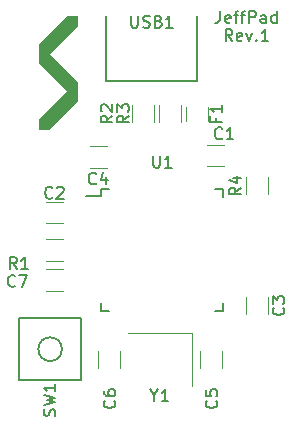
<source format=gbr>
%TF.GenerationSoftware,KiCad,Pcbnew,(5.1.7)-1*%
%TF.CreationDate,2020-10-25T17:01:22-04:00*%
%TF.ProjectId,keyboard_test,6b657962-6f61-4726-945f-746573742e6b,rev?*%
%TF.SameCoordinates,Original*%
%TF.FileFunction,Legend,Top*%
%TF.FilePolarity,Positive*%
%FSLAX46Y46*%
G04 Gerber Fmt 4.6, Leading zero omitted, Abs format (unit mm)*
G04 Created by KiCad (PCBNEW (5.1.7)-1) date 2020-10-25 17:01:22*
%MOMM*%
%LPD*%
G01*
G04 APERTURE LIST*
%ADD10C,0.100000*%
%ADD11C,0.150000*%
%ADD12C,0.120000*%
G04 APERTURE END LIST*
D10*
G36*
X27781250Y-48418750D02*
G01*
X25400000Y-50800000D01*
X27781250Y-53181250D01*
X27781250Y-54768750D01*
X25400000Y-57150000D01*
X24606250Y-57150000D01*
X24606250Y-56356250D01*
X26987500Y-53975000D01*
X24606250Y-51593750D01*
X24606250Y-50006250D01*
X26987500Y-47625000D01*
X27781250Y-47625000D01*
X27781250Y-48418750D01*
G37*
X27781250Y-48418750D02*
X25400000Y-50800000D01*
X27781250Y-53181250D01*
X27781250Y-54768750D01*
X25400000Y-57150000D01*
X24606250Y-57150000D01*
X24606250Y-56356250D01*
X26987500Y-53975000D01*
X24606250Y-51593750D01*
X24606250Y-50006250D01*
X26987500Y-47625000D01*
X27781250Y-47625000D01*
X27781250Y-48418750D01*
D11*
X40949714Y-49728380D02*
X40616380Y-49252190D01*
X40378285Y-49728380D02*
X40378285Y-48728380D01*
X40759238Y-48728380D01*
X40854476Y-48776000D01*
X40902095Y-48823619D01*
X40949714Y-48918857D01*
X40949714Y-49061714D01*
X40902095Y-49156952D01*
X40854476Y-49204571D01*
X40759238Y-49252190D01*
X40378285Y-49252190D01*
X41759238Y-49680761D02*
X41664000Y-49728380D01*
X41473523Y-49728380D01*
X41378285Y-49680761D01*
X41330666Y-49585523D01*
X41330666Y-49204571D01*
X41378285Y-49109333D01*
X41473523Y-49061714D01*
X41664000Y-49061714D01*
X41759238Y-49109333D01*
X41806857Y-49204571D01*
X41806857Y-49299809D01*
X41330666Y-49395047D01*
X42140190Y-49061714D02*
X42378285Y-49728380D01*
X42616380Y-49061714D01*
X42997333Y-49633142D02*
X43044952Y-49680761D01*
X42997333Y-49728380D01*
X42949714Y-49680761D01*
X42997333Y-49633142D01*
X42997333Y-49728380D01*
X43997333Y-49728380D02*
X43425904Y-49728380D01*
X43711619Y-49728380D02*
X43711619Y-48728380D01*
X43616380Y-48871238D01*
X43521142Y-48966476D01*
X43425904Y-49014095D01*
X39902095Y-47204380D02*
X39902095Y-47918666D01*
X39854476Y-48061523D01*
X39759238Y-48156761D01*
X39616380Y-48204380D01*
X39521142Y-48204380D01*
X40759238Y-48156761D02*
X40664000Y-48204380D01*
X40473523Y-48204380D01*
X40378285Y-48156761D01*
X40330666Y-48061523D01*
X40330666Y-47680571D01*
X40378285Y-47585333D01*
X40473523Y-47537714D01*
X40664000Y-47537714D01*
X40759238Y-47585333D01*
X40806857Y-47680571D01*
X40806857Y-47775809D01*
X40330666Y-47871047D01*
X41092571Y-47537714D02*
X41473523Y-47537714D01*
X41235428Y-48204380D02*
X41235428Y-47347238D01*
X41283047Y-47252000D01*
X41378285Y-47204380D01*
X41473523Y-47204380D01*
X41664000Y-47537714D02*
X42044952Y-47537714D01*
X41806857Y-48204380D02*
X41806857Y-47347238D01*
X41854476Y-47252000D01*
X41949714Y-47204380D01*
X42044952Y-47204380D01*
X42378285Y-48204380D02*
X42378285Y-47204380D01*
X42759238Y-47204380D01*
X42854476Y-47252000D01*
X42902095Y-47299619D01*
X42949714Y-47394857D01*
X42949714Y-47537714D01*
X42902095Y-47632952D01*
X42854476Y-47680571D01*
X42759238Y-47728190D01*
X42378285Y-47728190D01*
X43806857Y-48204380D02*
X43806857Y-47680571D01*
X43759238Y-47585333D01*
X43664000Y-47537714D01*
X43473523Y-47537714D01*
X43378285Y-47585333D01*
X43806857Y-48156761D02*
X43711619Y-48204380D01*
X43473523Y-48204380D01*
X43378285Y-48156761D01*
X43330666Y-48061523D01*
X43330666Y-47966285D01*
X43378285Y-47871047D01*
X43473523Y-47823428D01*
X43711619Y-47823428D01*
X43806857Y-47775809D01*
X44711619Y-48204380D02*
X44711619Y-47204380D01*
X44711619Y-48156761D02*
X44616380Y-48204380D01*
X44425904Y-48204380D01*
X44330666Y-48156761D01*
X44283047Y-48109142D01*
X44235428Y-48013904D01*
X44235428Y-47728190D01*
X44283047Y-47632952D01*
X44330666Y-47585333D01*
X44425904Y-47537714D01*
X44616380Y-47537714D01*
X44711619Y-47585333D01*
D12*
%TO.C,Y1*%
X37529750Y-78958000D02*
X37529750Y-74458000D01*
X37529750Y-74458000D02*
X32129750Y-74458000D01*
D11*
%TO.C,USB1*%
X37981250Y-53075000D02*
X30281250Y-53075000D01*
X30281250Y-47625000D02*
X30281250Y-53075000D01*
X37981250Y-47625000D02*
X37981250Y-53075000D01*
%TO.C,U1*%
X29845250Y-62262000D02*
X29845250Y-62837000D01*
X40195250Y-62262000D02*
X40195250Y-62937000D01*
X40195250Y-72612000D02*
X40195250Y-71937000D01*
X29845250Y-72612000D02*
X29845250Y-71937000D01*
X29845250Y-62262000D02*
X30520250Y-62262000D01*
X29845250Y-72612000D02*
X30520250Y-72612000D01*
X40195250Y-72612000D02*
X39520250Y-72612000D01*
X40195250Y-62262000D02*
X39520250Y-62262000D01*
X29845250Y-62837000D02*
X28570250Y-62837000D01*
%TO.C,SW1*%
X26527000Y-75819000D02*
G75*
G03*
X26527000Y-75819000I-1000000J0D01*
G01*
X22927000Y-73219000D02*
X28127000Y-73219000D01*
X22927000Y-78419000D02*
X22927000Y-73219000D01*
X28127000Y-78419000D02*
X22927000Y-78419000D01*
X28127000Y-73219000D02*
X28127000Y-78419000D01*
D12*
%TO.C,R4*%
X42143000Y-62703064D02*
X42143000Y-61248936D01*
X43963000Y-62703064D02*
X43963000Y-61248936D01*
%TO.C,R3*%
X36597000Y-55152936D02*
X36597000Y-56607064D01*
X34777000Y-55152936D02*
X34777000Y-56607064D01*
%TO.C,R2*%
X32491000Y-56607064D02*
X32491000Y-55152936D01*
X34311000Y-56607064D02*
X34311000Y-55152936D01*
%TO.C,R1*%
X25180936Y-69067000D02*
X26635064Y-69067000D01*
X25180936Y-70887000D02*
X26635064Y-70887000D01*
%TO.C,F1*%
X37063000Y-56482064D02*
X37063000Y-55277936D01*
X38883000Y-56482064D02*
X38883000Y-55277936D01*
%TO.C,C7*%
X26587502Y-68347000D02*
X25164998Y-68347000D01*
X26587502Y-66527000D02*
X25164998Y-66527000D01*
%TO.C,C6*%
X31421750Y-75996748D02*
X31421750Y-77419252D01*
X29601750Y-75996748D02*
X29601750Y-77419252D01*
%TO.C,C5*%
X38237750Y-77419252D02*
X38237750Y-75996748D01*
X40057750Y-77419252D02*
X40057750Y-75996748D01*
%TO.C,C4*%
X30302252Y-60473000D02*
X28879748Y-60473000D01*
X30302252Y-58653000D02*
X28879748Y-58653000D01*
%TO.C,C3*%
X43963000Y-71424748D02*
X43963000Y-72847252D01*
X42143000Y-71424748D02*
X42143000Y-72847252D01*
%TO.C,C2*%
X26587502Y-65172000D02*
X25164998Y-65172000D01*
X26587502Y-63352000D02*
X25164998Y-63352000D01*
%TO.C,C1*%
X38785748Y-58526000D02*
X40208252Y-58526000D01*
X38785748Y-60346000D02*
X40208252Y-60346000D01*
%TO.C,Y1*%
D11*
X34353559Y-79734190D02*
X34353559Y-80210380D01*
X34020226Y-79210380D02*
X34353559Y-79734190D01*
X34686892Y-79210380D01*
X35544035Y-80210380D02*
X34972607Y-80210380D01*
X35258321Y-80210380D02*
X35258321Y-79210380D01*
X35163083Y-79353238D01*
X35067845Y-79448476D01*
X34972607Y-79496095D01*
%TO.C,USB1*%
X32393154Y-47585380D02*
X32393154Y-48394904D01*
X32440773Y-48490142D01*
X32488392Y-48537761D01*
X32583630Y-48585380D01*
X32774107Y-48585380D01*
X32869345Y-48537761D01*
X32916964Y-48490142D01*
X32964583Y-48394904D01*
X32964583Y-47585380D01*
X33393154Y-48537761D02*
X33536011Y-48585380D01*
X33774107Y-48585380D01*
X33869345Y-48537761D01*
X33916964Y-48490142D01*
X33964583Y-48394904D01*
X33964583Y-48299666D01*
X33916964Y-48204428D01*
X33869345Y-48156809D01*
X33774107Y-48109190D01*
X33583630Y-48061571D01*
X33488392Y-48013952D01*
X33440773Y-47966333D01*
X33393154Y-47871095D01*
X33393154Y-47775857D01*
X33440773Y-47680619D01*
X33488392Y-47633000D01*
X33583630Y-47585380D01*
X33821726Y-47585380D01*
X33964583Y-47633000D01*
X34726488Y-48061571D02*
X34869345Y-48109190D01*
X34916964Y-48156809D01*
X34964583Y-48252047D01*
X34964583Y-48394904D01*
X34916964Y-48490142D01*
X34869345Y-48537761D01*
X34774107Y-48585380D01*
X34393154Y-48585380D01*
X34393154Y-47585380D01*
X34726488Y-47585380D01*
X34821726Y-47633000D01*
X34869345Y-47680619D01*
X34916964Y-47775857D01*
X34916964Y-47871095D01*
X34869345Y-47966333D01*
X34821726Y-48013952D01*
X34726488Y-48061571D01*
X34393154Y-48061571D01*
X35916964Y-48585380D02*
X35345535Y-48585380D01*
X35631250Y-48585380D02*
X35631250Y-47585380D01*
X35536011Y-47728238D01*
X35440773Y-47823476D01*
X35345535Y-47871095D01*
%TO.C,U1*%
X34258345Y-59439380D02*
X34258345Y-60248904D01*
X34305964Y-60344142D01*
X34353583Y-60391761D01*
X34448821Y-60439380D01*
X34639297Y-60439380D01*
X34734535Y-60391761D01*
X34782154Y-60344142D01*
X34829773Y-60248904D01*
X34829773Y-59439380D01*
X35829773Y-60439380D02*
X35258345Y-60439380D01*
X35544059Y-60439380D02*
X35544059Y-59439380D01*
X35448821Y-59582238D01*
X35353583Y-59677476D01*
X35258345Y-59725095D01*
%TO.C,SW1*%
X25931761Y-81470333D02*
X25979380Y-81327476D01*
X25979380Y-81089380D01*
X25931761Y-80994142D01*
X25884142Y-80946523D01*
X25788904Y-80898904D01*
X25693666Y-80898904D01*
X25598428Y-80946523D01*
X25550809Y-80994142D01*
X25503190Y-81089380D01*
X25455571Y-81279857D01*
X25407952Y-81375095D01*
X25360333Y-81422714D01*
X25265095Y-81470333D01*
X25169857Y-81470333D01*
X25074619Y-81422714D01*
X25027000Y-81375095D01*
X24979380Y-81279857D01*
X24979380Y-81041761D01*
X25027000Y-80898904D01*
X24979380Y-80565571D02*
X25979380Y-80327476D01*
X25265095Y-80137000D01*
X25979380Y-79946523D01*
X24979380Y-79708428D01*
X25979380Y-78803666D02*
X25979380Y-79375095D01*
X25979380Y-79089380D02*
X24979380Y-79089380D01*
X25122238Y-79184619D01*
X25217476Y-79279857D01*
X25265095Y-79375095D01*
%TO.C,R4*%
X41685380Y-62142666D02*
X41209190Y-62476000D01*
X41685380Y-62714095D02*
X40685380Y-62714095D01*
X40685380Y-62333142D01*
X40733000Y-62237904D01*
X40780619Y-62190285D01*
X40875857Y-62142666D01*
X41018714Y-62142666D01*
X41113952Y-62190285D01*
X41161571Y-62237904D01*
X41209190Y-62333142D01*
X41209190Y-62714095D01*
X41018714Y-61285523D02*
X41685380Y-61285523D01*
X40637761Y-61523619D02*
X41352047Y-61761714D01*
X41352047Y-61142666D01*
%TO.C,R3*%
X32202380Y-56046666D02*
X31726190Y-56380000D01*
X32202380Y-56618095D02*
X31202380Y-56618095D01*
X31202380Y-56237142D01*
X31250000Y-56141904D01*
X31297619Y-56094285D01*
X31392857Y-56046666D01*
X31535714Y-56046666D01*
X31630952Y-56094285D01*
X31678571Y-56141904D01*
X31726190Y-56237142D01*
X31726190Y-56618095D01*
X31202380Y-55713333D02*
X31202380Y-55094285D01*
X31583333Y-55427619D01*
X31583333Y-55284761D01*
X31630952Y-55189523D01*
X31678571Y-55141904D01*
X31773809Y-55094285D01*
X32011904Y-55094285D01*
X32107142Y-55141904D01*
X32154761Y-55189523D01*
X32202380Y-55284761D01*
X32202380Y-55570476D01*
X32154761Y-55665714D01*
X32107142Y-55713333D01*
%TO.C,R2*%
X30805380Y-56046666D02*
X30329190Y-56380000D01*
X30805380Y-56618095D02*
X29805380Y-56618095D01*
X29805380Y-56237142D01*
X29853000Y-56141904D01*
X29900619Y-56094285D01*
X29995857Y-56046666D01*
X30138714Y-56046666D01*
X30233952Y-56094285D01*
X30281571Y-56141904D01*
X30329190Y-56237142D01*
X30329190Y-56618095D01*
X29900619Y-55665714D02*
X29853000Y-55618095D01*
X29805380Y-55522857D01*
X29805380Y-55284761D01*
X29853000Y-55189523D01*
X29900619Y-55141904D01*
X29995857Y-55094285D01*
X30091095Y-55094285D01*
X30233952Y-55141904D01*
X30805380Y-55713333D01*
X30805380Y-55094285D01*
%TO.C,R1*%
X22693333Y-69032380D02*
X22360000Y-68556190D01*
X22121904Y-69032380D02*
X22121904Y-68032380D01*
X22502857Y-68032380D01*
X22598095Y-68080000D01*
X22645714Y-68127619D01*
X22693333Y-68222857D01*
X22693333Y-68365714D01*
X22645714Y-68460952D01*
X22598095Y-68508571D01*
X22502857Y-68556190D01*
X22121904Y-68556190D01*
X23645714Y-69032380D02*
X23074285Y-69032380D01*
X23360000Y-69032380D02*
X23360000Y-68032380D01*
X23264761Y-68175238D01*
X23169523Y-68270476D01*
X23074285Y-68318095D01*
%TO.C,F1*%
X39552571Y-56213333D02*
X39552571Y-56546666D01*
X40076380Y-56546666D02*
X39076380Y-56546666D01*
X39076380Y-56070476D01*
X40076380Y-55165714D02*
X40076380Y-55737142D01*
X40076380Y-55451428D02*
X39076380Y-55451428D01*
X39219238Y-55546666D01*
X39314476Y-55641904D01*
X39362095Y-55737142D01*
%TO.C,C7*%
X22566333Y-70461142D02*
X22518714Y-70508761D01*
X22375857Y-70556380D01*
X22280619Y-70556380D01*
X22137761Y-70508761D01*
X22042523Y-70413523D01*
X21994904Y-70318285D01*
X21947285Y-70127809D01*
X21947285Y-69984952D01*
X21994904Y-69794476D01*
X22042523Y-69699238D01*
X22137761Y-69604000D01*
X22280619Y-69556380D01*
X22375857Y-69556380D01*
X22518714Y-69604000D01*
X22566333Y-69651619D01*
X22899666Y-69556380D02*
X23566333Y-69556380D01*
X23137761Y-70556380D01*
%TO.C,C6*%
X30964142Y-80176666D02*
X31011761Y-80224285D01*
X31059380Y-80367142D01*
X31059380Y-80462380D01*
X31011761Y-80605238D01*
X30916523Y-80700476D01*
X30821285Y-80748095D01*
X30630809Y-80795714D01*
X30487952Y-80795714D01*
X30297476Y-80748095D01*
X30202238Y-80700476D01*
X30107000Y-80605238D01*
X30059380Y-80462380D01*
X30059380Y-80367142D01*
X30107000Y-80224285D01*
X30154619Y-80176666D01*
X30059380Y-79319523D02*
X30059380Y-79510000D01*
X30107000Y-79605238D01*
X30154619Y-79652857D01*
X30297476Y-79748095D01*
X30487952Y-79795714D01*
X30868904Y-79795714D01*
X30964142Y-79748095D01*
X31011761Y-79700476D01*
X31059380Y-79605238D01*
X31059380Y-79414761D01*
X31011761Y-79319523D01*
X30964142Y-79271904D01*
X30868904Y-79224285D01*
X30630809Y-79224285D01*
X30535571Y-79271904D01*
X30487952Y-79319523D01*
X30440333Y-79414761D01*
X30440333Y-79605238D01*
X30487952Y-79700476D01*
X30535571Y-79748095D01*
X30630809Y-79795714D01*
%TO.C,C5*%
X39600142Y-80176666D02*
X39647761Y-80224285D01*
X39695380Y-80367142D01*
X39695380Y-80462380D01*
X39647761Y-80605238D01*
X39552523Y-80700476D01*
X39457285Y-80748095D01*
X39266809Y-80795714D01*
X39123952Y-80795714D01*
X38933476Y-80748095D01*
X38838238Y-80700476D01*
X38743000Y-80605238D01*
X38695380Y-80462380D01*
X38695380Y-80367142D01*
X38743000Y-80224285D01*
X38790619Y-80176666D01*
X38695380Y-79271904D02*
X38695380Y-79748095D01*
X39171571Y-79795714D01*
X39123952Y-79748095D01*
X39076333Y-79652857D01*
X39076333Y-79414761D01*
X39123952Y-79319523D01*
X39171571Y-79271904D01*
X39266809Y-79224285D01*
X39504904Y-79224285D01*
X39600142Y-79271904D01*
X39647761Y-79319523D01*
X39695380Y-79414761D01*
X39695380Y-79652857D01*
X39647761Y-79748095D01*
X39600142Y-79795714D01*
%TO.C,C4*%
X29424333Y-61770142D02*
X29376714Y-61817761D01*
X29233857Y-61865380D01*
X29138619Y-61865380D01*
X28995761Y-61817761D01*
X28900523Y-61722523D01*
X28852904Y-61627285D01*
X28805285Y-61436809D01*
X28805285Y-61293952D01*
X28852904Y-61103476D01*
X28900523Y-61008238D01*
X28995761Y-60913000D01*
X29138619Y-60865380D01*
X29233857Y-60865380D01*
X29376714Y-60913000D01*
X29424333Y-60960619D01*
X30281476Y-61198714D02*
X30281476Y-61865380D01*
X30043380Y-60817761D02*
X29805285Y-61532047D01*
X30424333Y-61532047D01*
%TO.C,C3*%
X45260142Y-72302666D02*
X45307761Y-72350285D01*
X45355380Y-72493142D01*
X45355380Y-72588380D01*
X45307761Y-72731238D01*
X45212523Y-72826476D01*
X45117285Y-72874095D01*
X44926809Y-72921714D01*
X44783952Y-72921714D01*
X44593476Y-72874095D01*
X44498238Y-72826476D01*
X44403000Y-72731238D01*
X44355380Y-72588380D01*
X44355380Y-72493142D01*
X44403000Y-72350285D01*
X44450619Y-72302666D01*
X44355380Y-71969333D02*
X44355380Y-71350285D01*
X44736333Y-71683619D01*
X44736333Y-71540761D01*
X44783952Y-71445523D01*
X44831571Y-71397904D01*
X44926809Y-71350285D01*
X45164904Y-71350285D01*
X45260142Y-71397904D01*
X45307761Y-71445523D01*
X45355380Y-71540761D01*
X45355380Y-71826476D01*
X45307761Y-71921714D01*
X45260142Y-71969333D01*
%TO.C,C2*%
X25709583Y-62968142D02*
X25661964Y-63015761D01*
X25519107Y-63063380D01*
X25423869Y-63063380D01*
X25281011Y-63015761D01*
X25185773Y-62920523D01*
X25138154Y-62825285D01*
X25090535Y-62634809D01*
X25090535Y-62491952D01*
X25138154Y-62301476D01*
X25185773Y-62206238D01*
X25281011Y-62111000D01*
X25423869Y-62063380D01*
X25519107Y-62063380D01*
X25661964Y-62111000D01*
X25709583Y-62158619D01*
X26090535Y-62158619D02*
X26138154Y-62111000D01*
X26233392Y-62063380D01*
X26471488Y-62063380D01*
X26566726Y-62111000D01*
X26614345Y-62158619D01*
X26661964Y-62253857D01*
X26661964Y-62349095D01*
X26614345Y-62491952D01*
X26042916Y-63063380D01*
X26661964Y-63063380D01*
%TO.C,C1*%
X40092333Y-57943142D02*
X40044714Y-57990761D01*
X39901857Y-58038380D01*
X39806619Y-58038380D01*
X39663761Y-57990761D01*
X39568523Y-57895523D01*
X39520904Y-57800285D01*
X39473285Y-57609809D01*
X39473285Y-57466952D01*
X39520904Y-57276476D01*
X39568523Y-57181238D01*
X39663761Y-57086000D01*
X39806619Y-57038380D01*
X39901857Y-57038380D01*
X40044714Y-57086000D01*
X40092333Y-57133619D01*
X41044714Y-58038380D02*
X40473285Y-58038380D01*
X40759000Y-58038380D02*
X40759000Y-57038380D01*
X40663761Y-57181238D01*
X40568523Y-57276476D01*
X40473285Y-57324095D01*
%TD*%
M02*

</source>
